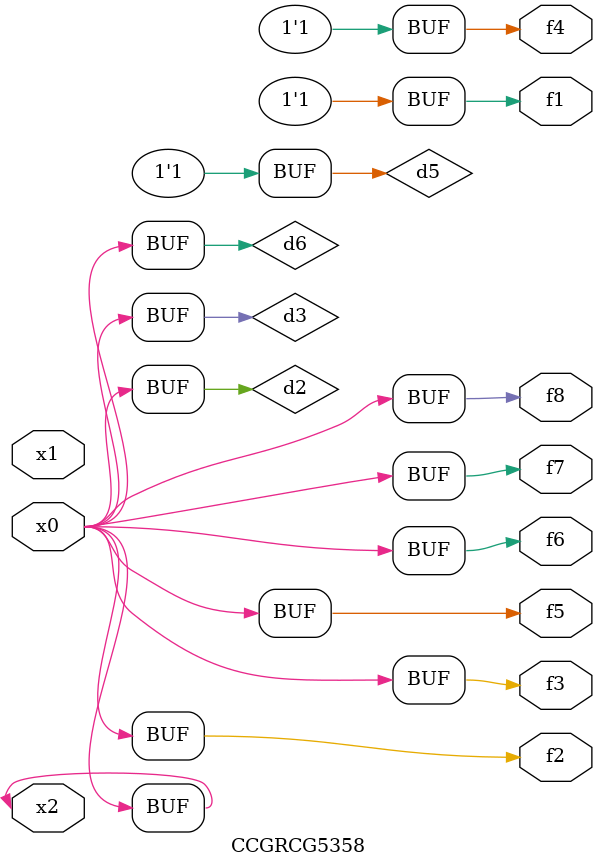
<source format=v>
module CCGRCG5358(
	input x0, x1, x2,
	output f1, f2, f3, f4, f5, f6, f7, f8
);

	wire d1, d2, d3, d4, d5, d6;

	xnor (d1, x2);
	buf (d2, x0, x2);
	and (d3, x0);
	xnor (d4, x1, x2);
	nand (d5, d1, d3);
	buf (d6, d2, d3);
	assign f1 = d5;
	assign f2 = d6;
	assign f3 = d6;
	assign f4 = d5;
	assign f5 = d6;
	assign f6 = d6;
	assign f7 = d6;
	assign f8 = d6;
endmodule

</source>
